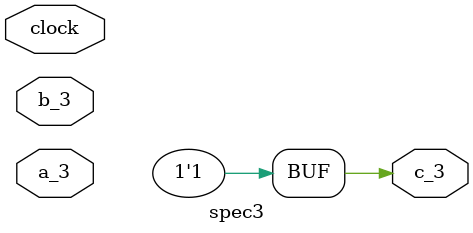
<source format=v>
/* Generated by Yosys 0.47+149 (git sha1 384c19119, clang++ 18.1.8 -fPIC -O3) */

module spec3(clock, a_3, b_3, c_3);
input clock;
wire clock;
  input a_3;
  wire a_3;
  input b_3;
  wire b_3;
  output c_3;
  wire c_3;
  assign c_3 = ~1'h0;
endmodule

</source>
